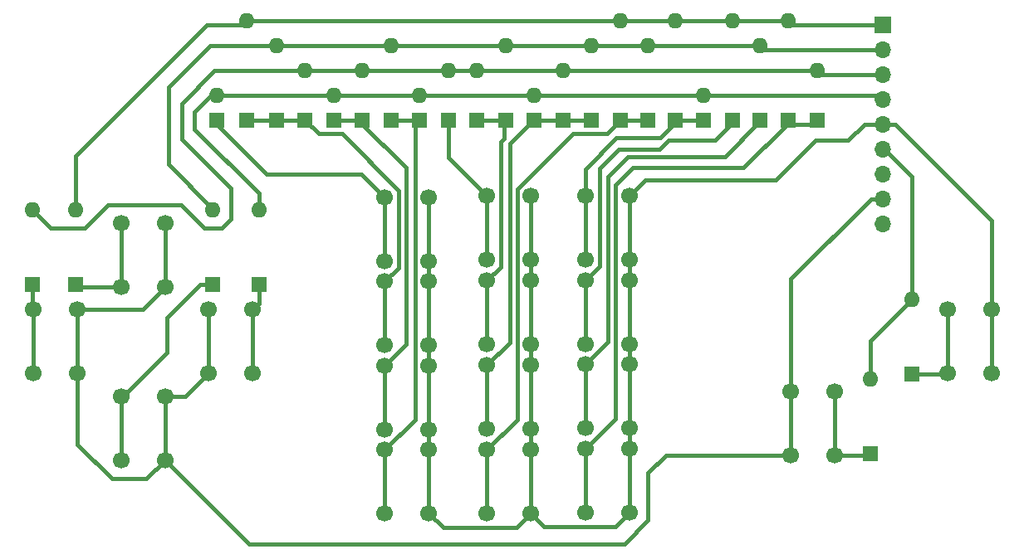
<source format=gbr>
%TF.GenerationSoftware,KiCad,Pcbnew,7.0.11-7.0.11~ubuntu22.04.1*%
%TF.CreationDate,2024-11-24T12:20:37-05:00*%
%TF.ProjectId,colecovision_controller,636f6c65-636f-4766-9973-696f6e5f636f,rev?*%
%TF.SameCoordinates,Original*%
%TF.FileFunction,Copper,L2,Bot*%
%TF.FilePolarity,Positive*%
%FSLAX46Y46*%
G04 Gerber Fmt 4.6, Leading zero omitted, Abs format (unit mm)*
G04 Created by KiCad (PCBNEW 7.0.11-7.0.11~ubuntu22.04.1) date 2024-11-24 12:20:37*
%MOMM*%
%LPD*%
G01*
G04 APERTURE LIST*
%TA.AperFunction,ComponentPad*%
%ADD10R,1.600000X1.600000*%
%TD*%
%TA.AperFunction,ComponentPad*%
%ADD11O,1.600000X1.600000*%
%TD*%
%TA.AperFunction,ComponentPad*%
%ADD12R,1.700000X1.700000*%
%TD*%
%TA.AperFunction,ComponentPad*%
%ADD13O,1.700000X1.700000*%
%TD*%
%TA.AperFunction,ComponentPad*%
%ADD14C,1.700000*%
%TD*%
%TA.AperFunction,Conductor*%
%ADD15C,0.381000*%
%TD*%
G04 APERTURE END LIST*
D10*
%TO.P,D1,1,K*%
%TO.N,Net-(D1-K)*%
X128651000Y-85852000D03*
D11*
%TO.P,D1,2,A*%
%TO.N,/DIN_2*%
X128651000Y-78232000D03*
%TD*%
D10*
%TO.P,D2,1,K*%
%TO.N,Net-(D1-K)*%
X131572000Y-85852000D03*
D11*
%TO.P,D2,2,A*%
%TO.N,/DIN_4*%
X131572000Y-83312000D03*
%TD*%
D10*
%TO.P,D4,1,K*%
%TO.N,Net-(D3-K)*%
X122809000Y-85852000D03*
D11*
%TO.P,D4,2,A*%
%TO.N,/DIN_4*%
X122809000Y-83312000D03*
%TD*%
D10*
%TO.P,D5,1,K*%
%TO.N,Net-(D5-K)*%
X110871000Y-85852000D03*
D11*
%TO.P,D5,2,A*%
%TO.N,/DIN_4*%
X110871000Y-83312000D03*
%TD*%
D10*
%TO.P,D6,1,K*%
%TO.N,Net-(D6-K)*%
X113919000Y-85852000D03*
D11*
%TO.P,D6,2,A*%
%TO.N,/DIN_1*%
X113919000Y-75692000D03*
%TD*%
D10*
%TO.P,D7,1,K*%
%TO.N,Net-(D6-K)*%
X116967000Y-85852000D03*
D11*
%TO.P,D7,2,A*%
%TO.N,/DIN_2*%
X116967000Y-78232000D03*
%TD*%
D10*
%TO.P,D8,1,K*%
%TO.N,Net-(D6-K)*%
X119888000Y-85852000D03*
D11*
%TO.P,D8,2,A*%
%TO.N,/DIN_3*%
X119888000Y-80772000D03*
%TD*%
D10*
%TO.P,D9,1,K*%
%TO.N,Net-(D10-K)*%
X152019000Y-85852000D03*
D11*
%TO.P,D9,2,A*%
%TO.N,/DIN_1*%
X152019000Y-75692000D03*
%TD*%
D10*
%TO.P,D10,1,K*%
%TO.N,Net-(D10-K)*%
X154813000Y-85852000D03*
D11*
%TO.P,D10,2,A*%
%TO.N,/DIN_2*%
X154813000Y-78232000D03*
%TD*%
D10*
%TO.P,D11,1,K*%
%TO.N,Net-(D11-K)*%
X149098000Y-85852000D03*
D11*
%TO.P,D11,2,A*%
%TO.N,/DIN_2*%
X149098000Y-78232000D03*
%TD*%
D10*
%TO.P,D12,1,K*%
%TO.N,Net-(D11-K)*%
X146177000Y-85852000D03*
D11*
%TO.P,D12,2,A*%
%TO.N,/DIN_3*%
X146177000Y-80772000D03*
%TD*%
D10*
%TO.P,D13,1,K*%
%TO.N,Net-(D11-K)*%
X143256000Y-85852000D03*
D11*
%TO.P,D13,2,A*%
%TO.N,/DIN_4*%
X143256000Y-83312000D03*
%TD*%
D10*
%TO.P,D14,1,K*%
%TO.N,Net-(D14-K)*%
X140335000Y-85852000D03*
D11*
%TO.P,D14,2,A*%
%TO.N,/DIN_2*%
X140335000Y-78232000D03*
%TD*%
D10*
%TO.P,D15,1,K*%
%TO.N,Net-(D14-K)*%
X137414000Y-85852000D03*
D11*
%TO.P,D15,2,A*%
%TO.N,/DIN_3*%
X137414000Y-80772000D03*
%TD*%
D10*
%TO.P,D16,1,K*%
%TO.N,Net-(D16-K)*%
X134493000Y-85852000D03*
D11*
%TO.P,D16,2,A*%
%TO.N,/DIN_3*%
X134493000Y-80772000D03*
%TD*%
D10*
%TO.P,D17,1,K*%
%TO.N,Net-(D17-K)*%
X169164000Y-85852000D03*
D11*
%TO.P,D17,2,A*%
%TO.N,/DIN_1*%
X169164000Y-75692000D03*
%TD*%
D10*
%TO.P,D18,1,K*%
%TO.N,Net-(D17-K)*%
X172085000Y-85852000D03*
D11*
%TO.P,D18,2,A*%
%TO.N,/DIN_3*%
X172085000Y-80772000D03*
%TD*%
D10*
%TO.P,D19,1,K*%
%TO.N,Net-(D19-K)*%
X166243000Y-85852000D03*
D11*
%TO.P,D19,2,A*%
%TO.N,/DIN_2*%
X166243000Y-78232000D03*
%TD*%
D10*
%TO.P,D20,1,K*%
%TO.N,Net-(D20-K)*%
X163449000Y-85852000D03*
D11*
%TO.P,D20,2,A*%
%TO.N,/DIN_1*%
X163449000Y-75692000D03*
%TD*%
D10*
%TO.P,D21,1,K*%
%TO.N,Net-(D21-K)*%
X157607000Y-85852000D03*
D11*
%TO.P,D21,2,A*%
%TO.N,/DIN_1*%
X157607000Y-75692000D03*
%TD*%
D10*
%TO.P,D22,1,K*%
%TO.N,Net-(D21-K)*%
X160528000Y-85852000D03*
D11*
%TO.P,D22,2,A*%
%TO.N,/DIN_4*%
X160528000Y-83312000D03*
%TD*%
D12*
%TO.P,J1,1,Pin_1*%
%TO.N,/DIN_1*%
X178816000Y-76073000D03*
D13*
%TO.P,J1,2,Pin_2*%
%TO.N,/DIN_2*%
X178816000Y-78613000D03*
%TO.P,J1,3,Pin_3*%
%TO.N,/DIN_3*%
X178816000Y-81153000D03*
%TO.P,J1,4,Pin_4*%
%TO.N,/DIN_4*%
X178816000Y-83693000D03*
%TO.P,J1,5,Pin_5*%
%TO.N,/DIN_5*%
X178816000Y-86233000D03*
%TO.P,J1,6,Pin_6*%
%TO.N,/DIN_6*%
X178816000Y-88773000D03*
%TO.P,J1,7,Pin_7*%
%TO.N,unconnected-(J1-Pin_7-Pad7)*%
X178816000Y-91313000D03*
%TO.P,J1,8,Pin_8*%
%TO.N,/DIN_8*%
X178816000Y-93853000D03*
%TO.P,J1,9,Pin_9*%
%TO.N,unconnected-(J1-Pin_9-Pad9)*%
X178816000Y-96393000D03*
%TD*%
D14*
%TO.P,SW1,1,1*%
%TO.N,Net-(D1-K)*%
X128016000Y-125984000D03*
%TO.P,SW1,2,2*%
X128016000Y-119484000D03*
%TO.P,SW1,3,K*%
%TO.N,/DIN_5*%
X132516000Y-125984000D03*
%TO.P,SW1,4,A*%
X132516000Y-119484000D03*
%TD*%
%TO.P,SW2,1,1*%
%TO.N,Net-(D3-K)*%
X128016000Y-117390332D03*
%TO.P,SW2,2,2*%
X128016000Y-110890332D03*
%TO.P,SW2,3,K*%
%TO.N,/DIN_5*%
X132516000Y-117390332D03*
%TO.P,SW2,4,A*%
X132516000Y-110890332D03*
%TD*%
%TO.P,SW3,1,1*%
%TO.N,Net-(D5-K)*%
X128016000Y-100203000D03*
%TO.P,SW3,2,2*%
X128016000Y-93703000D03*
%TO.P,SW3,3,K*%
%TO.N,/DIN_5*%
X132516000Y-100203000D03*
%TO.P,SW3,4,A*%
X132516000Y-93703000D03*
%TD*%
%TO.P,SW4,1,1*%
%TO.N,Net-(D6-K)*%
X128016000Y-108796666D03*
%TO.P,SW4,2,2*%
X128016000Y-102296666D03*
%TO.P,SW4,3,K*%
%TO.N,/DIN_5*%
X132516000Y-108796666D03*
%TO.P,SW4,4,A*%
X132516000Y-102296666D03*
%TD*%
%TO.P,SW5,1,1*%
%TO.N,Net-(D10-K)*%
X138430000Y-125984000D03*
%TO.P,SW5,2,2*%
X138430000Y-119484000D03*
%TO.P,SW5,3,K*%
%TO.N,/DIN_5*%
X142930000Y-125984000D03*
%TO.P,SW5,4,A*%
X142930000Y-119484000D03*
%TD*%
%TO.P,SW6,1,1*%
%TO.N,Net-(D11-K)*%
X138430000Y-117348000D03*
%TO.P,SW6,2,2*%
X138430000Y-110848000D03*
%TO.P,SW6,3,K*%
%TO.N,/DIN_5*%
X142930000Y-117348000D03*
%TO.P,SW6,4,A*%
X142930000Y-110848000D03*
%TD*%
%TO.P,SW7,1,1*%
%TO.N,Net-(D14-K)*%
X138430000Y-108712000D03*
%TO.P,SW7,2,2*%
X138430000Y-102212000D03*
%TO.P,SW7,3,K*%
%TO.N,/DIN_5*%
X142930000Y-108712000D03*
%TO.P,SW7,4,A*%
X142930000Y-102212000D03*
%TD*%
%TO.P,SW8,1,1*%
%TO.N,Net-(D16-K)*%
X138430000Y-100076000D03*
%TO.P,SW8,2,2*%
X138430000Y-93576000D03*
%TO.P,SW8,3,K*%
%TO.N,/DIN_5*%
X142930000Y-100076000D03*
%TO.P,SW8,4,A*%
X142930000Y-93576000D03*
%TD*%
%TO.P,SW9,1,1*%
%TO.N,Net-(D17-K)*%
X148463000Y-125857000D03*
%TO.P,SW9,2,2*%
X148463000Y-119357000D03*
%TO.P,SW9,3,K*%
%TO.N,/DIN_5*%
X152963000Y-125857000D03*
%TO.P,SW9,4,A*%
X152963000Y-119357000D03*
%TD*%
%TO.P,SW10,1,1*%
%TO.N,Net-(D19-K)*%
X148463000Y-117263332D03*
%TO.P,SW10,2,2*%
X148463000Y-110763332D03*
%TO.P,SW10,3,K*%
%TO.N,/DIN_5*%
X152963000Y-117263332D03*
%TO.P,SW10,4,A*%
X152963000Y-110763332D03*
%TD*%
%TO.P,SW11,1,1*%
%TO.N,Net-(D20-K)*%
X148463000Y-108669666D03*
%TO.P,SW11,2,2*%
X148463000Y-102169666D03*
%TO.P,SW11,3,K*%
%TO.N,/DIN_5*%
X152963000Y-108669666D03*
%TO.P,SW11,4,A*%
X152963000Y-102169666D03*
%TD*%
%TO.P,SW12,1,1*%
%TO.N,Net-(D21-K)*%
X148463000Y-100076000D03*
%TO.P,SW12,2,2*%
X148463000Y-93576000D03*
%TO.P,SW12,3,K*%
%TO.N,/DIN_5*%
X152963000Y-100076000D03*
%TO.P,SW12,4,A*%
X152963000Y-93576000D03*
%TD*%
%TO.P,SW13,1,1*%
%TO.N,Net-(D23-K)*%
X92202000Y-111672000D03*
%TO.P,SW13,2,2*%
X92202000Y-105172000D03*
%TO.P,SW13,3,K*%
%TO.N,/DIN_8*%
X96702000Y-111672000D03*
%TO.P,SW13,4,A*%
X96702000Y-105172000D03*
%TD*%
%TO.P,SW14,1,1*%
%TO.N,Net-(D24-K)*%
X101128000Y-102870000D03*
%TO.P,SW14,2,2*%
X101128000Y-96370000D03*
%TO.P,SW14,3,K*%
%TO.N,/DIN_8*%
X105628000Y-102870000D03*
%TO.P,SW14,4,A*%
X105628000Y-96370000D03*
%TD*%
%TO.P,SW15,1,1*%
%TO.N,Net-(D25-K)*%
X101128000Y-120523000D03*
%TO.P,SW15,2,2*%
X101128000Y-114023000D03*
%TO.P,SW15,3,K*%
%TO.N,/DIN_8*%
X105628000Y-120523000D03*
%TO.P,SW15,4,A*%
X105628000Y-114023000D03*
%TD*%
%TO.P,SW16,1,1*%
%TO.N,Net-(D26-K)*%
X114554000Y-105172000D03*
%TO.P,SW16,2,2*%
X114554000Y-111672000D03*
%TO.P,SW16,3,K*%
%TO.N,/DIN_8*%
X110054000Y-105172000D03*
%TO.P,SW16,4,A*%
X110054000Y-111672000D03*
%TD*%
%TO.P,SW17,1,1*%
%TO.N,/DIN_8*%
X169418000Y-120015000D03*
%TO.P,SW17,2,2*%
X169418000Y-113515000D03*
%TO.P,SW17,3,K*%
%TO.N,Net-(D27-K)*%
X173918000Y-120015000D03*
%TO.P,SW17,4,A*%
X173918000Y-113515000D03*
%TD*%
%TO.P,SW18,1,1*%
%TO.N,/DIN_5*%
X189865000Y-105172000D03*
%TO.P,SW18,2,2*%
X189865000Y-111672000D03*
%TO.P,SW18,3,K*%
%TO.N,Net-(D28-K)*%
X185365000Y-105172000D03*
%TO.P,SW18,4,A*%
X185365000Y-111672000D03*
%TD*%
D10*
%TO.P,D23,1,K*%
%TO.N,Net-(D23-K)*%
X92075000Y-102616000D03*
D11*
%TO.P,D23,2,A*%
%TO.N,/DIN_3*%
X92075000Y-94996000D03*
%TD*%
D10*
%TO.P,D24,1,K*%
%TO.N,Net-(D24-K)*%
X96520000Y-102616000D03*
D11*
%TO.P,D24,2,A*%
%TO.N,/DIN_1*%
X96520000Y-94996000D03*
%TD*%
D10*
%TO.P,D25,1,K*%
%TO.N,Net-(D25-K)*%
X110490000Y-102616000D03*
D11*
%TO.P,D25,2,A*%
%TO.N,/DIN_2*%
X110490000Y-94996000D03*
%TD*%
D10*
%TO.P,D26,1,K*%
%TO.N,Net-(D26-K)*%
X115189000Y-102616000D03*
D11*
%TO.P,D26,2,A*%
%TO.N,/DIN_4*%
X115189000Y-94996000D03*
%TD*%
D10*
%TO.P,D27,1,K*%
%TO.N,Net-(D27-K)*%
X177546000Y-119888000D03*
D11*
%TO.P,D27,2,A*%
%TO.N,/DIN_6*%
X177546000Y-112268000D03*
%TD*%
D10*
%TO.P,D28,1,K*%
%TO.N,Net-(D28-K)*%
X181737000Y-111760000D03*
D11*
%TO.P,D28,2,A*%
%TO.N,/DIN_6*%
X181737000Y-104140000D03*
%TD*%
D10*
%TO.P,D3,1,K*%
%TO.N,Net-(D3-K)*%
X125730000Y-85852000D03*
D11*
%TO.P,D3,2,A*%
%TO.N,/DIN_3*%
X125730000Y-80772000D03*
%TD*%
D15*
%TO.N,/DIN_2*%
X116967000Y-78232000D02*
X110204710Y-78232000D01*
X166624000Y-78613000D02*
X166243000Y-78232000D01*
X116967000Y-78232000D02*
X166243000Y-78232000D01*
X105994278Y-82442433D02*
X105994278Y-90373278D01*
X110204710Y-78232000D02*
X105994278Y-82442433D01*
X110490000Y-94869000D02*
X110490000Y-94996000D01*
X178816000Y-78613000D02*
X166624000Y-78613000D01*
X105994278Y-90373278D02*
X110490000Y-94869000D01*
X178689000Y-78486000D02*
X178816000Y-78613000D01*
%TO.N,/DIN_4*%
X110285930Y-83312000D02*
X108635899Y-84962031D01*
X110871000Y-83312000D02*
X178435000Y-83312000D01*
X115189000Y-93295070D02*
X115189000Y-94996000D01*
X160782000Y-83693000D02*
X160401000Y-83312000D01*
X178435000Y-83312000D02*
X178816000Y-83693000D01*
X108635899Y-86741969D02*
X115189000Y-93295070D01*
X122555000Y-83312000D02*
X122682000Y-83185000D01*
X108635899Y-84962031D02*
X108635899Y-86741969D01*
X110490000Y-83312000D02*
X110285930Y-83312000D01*
%TO.N,/DIN_3*%
X112344101Y-95885969D02*
X112344101Y-92786101D01*
X107315089Y-87757089D02*
X107315089Y-84123841D01*
X111379969Y-96850101D02*
X112344101Y-95885969D01*
X107315089Y-84123841D02*
X110666930Y-80772000D01*
X110666930Y-80772000D02*
X119888000Y-80772000D01*
X172466000Y-81153000D02*
X172085000Y-80772000D01*
X93929101Y-96850101D02*
X97409969Y-96850101D01*
X99794171Y-94465899D02*
X107215829Y-94465899D01*
X178816000Y-81153000D02*
X172466000Y-81153000D01*
X97409969Y-96850101D02*
X99794171Y-94465899D01*
X146177000Y-80772000D02*
X119888000Y-80772000D01*
X107215829Y-94465899D02*
X109600031Y-96850101D01*
X172085000Y-80772000D02*
X146177000Y-80772000D01*
X172085000Y-81153000D02*
X171831000Y-80899000D01*
X109600031Y-96850101D02*
X111379969Y-96850101D01*
X112344101Y-92786101D02*
X107315089Y-87757089D01*
X92075000Y-94996000D02*
X93929101Y-96850101D01*
%TO.N,/DIN_1*%
X96520000Y-90344880D02*
X96520000Y-94996000D01*
X113665000Y-76073000D02*
X109892092Y-76073000D01*
X169545000Y-76073000D02*
X169164000Y-75692000D01*
X178816000Y-76073000D02*
X169545000Y-76073000D01*
X96520000Y-89445092D02*
X96520000Y-90344880D01*
X109892092Y-76073000D02*
X96520000Y-89445092D01*
X169164000Y-75692000D02*
X113919000Y-75692000D01*
%TO.N,Net-(D1-K)*%
X131094499Y-116405501D02*
X131094499Y-86329501D01*
X128016000Y-119484000D02*
X128016000Y-125984000D01*
X131445000Y-85979000D02*
X131699000Y-85725000D01*
X128016000Y-119484000D02*
X131094499Y-116405501D01*
X131572000Y-85852000D02*
X128651000Y-85852000D01*
X131094499Y-86329501D02*
X131572000Y-85852000D01*
%TO.N,/DIN_8*%
X114187810Y-129082810D02*
X105628000Y-120523000D01*
X154867100Y-126645705D02*
X152429995Y-129082810D01*
X154867100Y-121855556D02*
X154867100Y-126645705D01*
X107703000Y-114023000D02*
X110054000Y-111672000D01*
X178816000Y-93853000D02*
X177613919Y-93853000D01*
X105628000Y-114023000D02*
X107703000Y-114023000D01*
X179094070Y-93853000D02*
X178816000Y-93853000D01*
X169418000Y-102048919D02*
X169418000Y-113515000D01*
X169418000Y-120015000D02*
X169418000Y-113515000D01*
X178816000Y-93853000D02*
X179197000Y-93853000D01*
X105628000Y-96370000D02*
X105628000Y-102870000D01*
X103326000Y-105172000D02*
X105628000Y-102870000D01*
X105628000Y-120523000D02*
X103723899Y-122427101D01*
X152429995Y-129082810D02*
X152146000Y-129082810D01*
X110054000Y-111672000D02*
X110054000Y-105172000D01*
X156707656Y-120015000D02*
X154867100Y-121855556D01*
X169418000Y-120015000D02*
X156707656Y-120015000D01*
X152146000Y-129082810D02*
X114187810Y-129082810D01*
X105628000Y-114023000D02*
X105628000Y-120523000D01*
X103723899Y-122427101D02*
X100214031Y-122427101D01*
X177613919Y-93853000D02*
X169418000Y-102048919D01*
X96702000Y-105172000D02*
X96702000Y-111672000D01*
X100214031Y-122427101D02*
X96702000Y-118915070D01*
X96702000Y-118915070D02*
X96702000Y-111672000D01*
X96702000Y-105172000D02*
X103326000Y-105172000D01*
%TO.N,Net-(D3-K)*%
X125476000Y-85979000D02*
X130199511Y-90702511D01*
X128016000Y-110890332D02*
X128016000Y-117390332D01*
X130199511Y-90702511D02*
X130199511Y-108706821D01*
X122809000Y-85852000D02*
X125730000Y-85852000D01*
X125349000Y-85852000D02*
X125476000Y-85979000D01*
X130199511Y-108706821D02*
X128016000Y-110890332D01*
%TO.N,/DIN_6*%
X181762400Y-91566595D02*
X178968805Y-88773000D01*
X177546000Y-112268000D02*
X177546000Y-108331000D01*
X181762400Y-94869000D02*
X181762400Y-91566595D01*
X178968805Y-88773000D02*
X178816000Y-88773000D01*
X181737000Y-94894400D02*
X181762400Y-94869000D01*
X177546000Y-108331000D02*
X181737000Y-104140000D01*
X181737000Y-104140000D02*
X181737000Y-94894400D01*
%TO.N,/DIN_5*%
X142930000Y-125984000D02*
X142930000Y-93576000D01*
X175260000Y-87884000D02*
X176911000Y-86233000D01*
X144262601Y-127316601D02*
X151503399Y-127316601D01*
X189865000Y-105172000D02*
X189865000Y-96079919D01*
X176911000Y-86233000D02*
X177613919Y-86233000D01*
X154591000Y-91948000D02*
X167894000Y-91948000D01*
X151503399Y-127316601D02*
X152963000Y-125857000D01*
X142930000Y-125984000D02*
X144262601Y-127316601D01*
X180018081Y-86233000D02*
X178816000Y-86233000D01*
X132516000Y-125984000D02*
X133975601Y-127443601D01*
X152963000Y-93576000D02*
X154591000Y-91948000D01*
X171958000Y-87884000D02*
X175260000Y-87884000D01*
X189865000Y-96079919D02*
X180018081Y-86233000D01*
X133975601Y-127443601D02*
X141470399Y-127443601D01*
X177613919Y-86233000D02*
X178816000Y-86233000D01*
X189865000Y-105172000D02*
X189865000Y-111672000D01*
X152963000Y-93576000D02*
X152963000Y-125857000D01*
X167894000Y-91948000D02*
X171958000Y-87884000D01*
X132516000Y-93703000D02*
X132516000Y-125984000D01*
X141470399Y-127443601D02*
X142930000Y-125984000D01*
%TO.N,Net-(D5-K)*%
X128016000Y-93703000D02*
X128016000Y-100203000D01*
X115951000Y-91313000D02*
X125626000Y-91313000D01*
X125626000Y-91313000D02*
X128016000Y-93703000D01*
X110490000Y-85852000D02*
X115951000Y-91313000D01*
%TO.N,Net-(D6-K)*%
X119888000Y-86106000D02*
X119888000Y-85852000D01*
X129437501Y-100875165D02*
X129437501Y-93020679D01*
X119888000Y-85852000D02*
X121259501Y-87223501D01*
X119888000Y-85852000D02*
X116967000Y-85852000D01*
X123640323Y-87223501D02*
X129437501Y-93020679D01*
X128016000Y-102296666D02*
X129437501Y-100875165D01*
X119507000Y-86233000D02*
X119761000Y-85979000D01*
X121259501Y-87223501D02*
X123640323Y-87223501D01*
X116967000Y-85852000D02*
X113919000Y-85852000D01*
X128016000Y-102296666D02*
X128016000Y-108796666D01*
X117221000Y-85852000D02*
X117094000Y-85979000D01*
%TO.N,Net-(D10-K)*%
X141508499Y-92893679D02*
X141508499Y-116405501D01*
X138430000Y-119484000D02*
X138430000Y-125984000D01*
X152019000Y-85852000D02*
X150647500Y-87223500D01*
X147178678Y-87223500D02*
X141508499Y-92893679D01*
X150647500Y-87223500D02*
X147178678Y-87223500D01*
X151892000Y-86106000D02*
X151765000Y-86233000D01*
X141508499Y-116405501D02*
X138430000Y-119484000D01*
X152019000Y-85852000D02*
X154813000Y-85852000D01*
%TO.N,Net-(D11-K)*%
X138430000Y-110848000D02*
X140746489Y-108531511D01*
X143129000Y-85852000D02*
X143256000Y-85852000D01*
X146177000Y-85852000D02*
X149098000Y-85852000D01*
X148717000Y-85852000D02*
X148971000Y-86106000D01*
X140746489Y-108531511D02*
X140746489Y-88234511D01*
X143256000Y-85852000D02*
X146177000Y-85852000D01*
X138430000Y-117348000D02*
X138430000Y-110848000D01*
X140746489Y-88234511D02*
X143129000Y-85852000D01*
%TO.N,Net-(D14-K)*%
X139851501Y-100790499D02*
X138430000Y-102212000D01*
X139851501Y-88051855D02*
X139851501Y-100790499D01*
X137541000Y-85979000D02*
X137414000Y-85852000D01*
X138430000Y-108712000D02*
X138430000Y-102212000D01*
X140208000Y-87695356D02*
X139851501Y-88051855D01*
X140208000Y-86106000D02*
X140208000Y-87695356D01*
X140335000Y-85852000D02*
X137414000Y-85852000D01*
X140081000Y-85979000D02*
X140208000Y-86106000D01*
%TO.N,Net-(D16-K)*%
X134493000Y-89639000D02*
X134822000Y-89968000D01*
X134493000Y-85852000D02*
X134493000Y-89639000D01*
X134620000Y-89766000D02*
X134822000Y-89968000D01*
X134822000Y-89968000D02*
X138430000Y-93576000D01*
X138430000Y-93576000D02*
X138430000Y-100076000D01*
%TO.N,Net-(D17-K)*%
X171577000Y-86233000D02*
X171831000Y-85979000D01*
X169037000Y-86233000D02*
X164592000Y-90678000D01*
X153289000Y-90678000D02*
X151511010Y-92455990D01*
X164592000Y-90678000D02*
X153289000Y-90678000D01*
X151511010Y-92455990D02*
X151511010Y-116308990D01*
X148463000Y-119357000D02*
X148463000Y-125857000D01*
X151511010Y-116308990D02*
X148463000Y-119357000D01*
X169037000Y-86233000D02*
X171577000Y-86233000D01*
%TO.N,Net-(D19-K)*%
X148463000Y-110763332D02*
X148463000Y-117263332D01*
X150749000Y-91567000D02*
X150749000Y-108477332D01*
X162686990Y-89535010D02*
X152780990Y-89535010D01*
X166116000Y-86106000D02*
X162686990Y-89535010D01*
X150749000Y-108477332D02*
X148463000Y-110763332D01*
X152780990Y-89535010D02*
X150749000Y-91567000D01*
%TO.N,Net-(D20-K)*%
X161671000Y-87884000D02*
X163322000Y-86233000D01*
X156906644Y-87884000D02*
X161671000Y-87884000D01*
X148463000Y-102169666D02*
X149884501Y-100748165D01*
X148463000Y-102169666D02*
X148463000Y-108669666D01*
X149884501Y-90780499D02*
X151892000Y-88773000D01*
X149884501Y-100748165D02*
X149884501Y-90780499D01*
X156017644Y-88773000D02*
X156906644Y-87884000D01*
X151892000Y-88773000D02*
X156017644Y-88773000D01*
%TO.N,Net-(D21-K)*%
X148463000Y-93576000D02*
X148463000Y-100076000D01*
X151638000Y-87630000D02*
X148463000Y-90805000D01*
X148463000Y-90805000D02*
X148463000Y-93576000D01*
X157480000Y-86233000D02*
X156083000Y-87630000D01*
X156083000Y-87630000D02*
X151638000Y-87630000D01*
X157607000Y-85852000D02*
X160528000Y-85852000D01*
%TO.N,Net-(D23-K)*%
X92202000Y-105172000D02*
X92202000Y-111672000D01*
X92075000Y-105045000D02*
X92202000Y-105172000D01*
X92075000Y-102616000D02*
X92075000Y-105045000D01*
%TO.N,Net-(D24-K)*%
X96774000Y-102362000D02*
X96520000Y-102616000D01*
X101128000Y-102870000D02*
X96774000Y-102870000D01*
X96774000Y-102870000D02*
X96520000Y-102616000D01*
X101128000Y-102870000D02*
X101128000Y-96370000D01*
%TO.N,Net-(D25-K)*%
X101128000Y-114023000D02*
X101128000Y-120523000D01*
X105782101Y-105990499D02*
X105782101Y-109575969D01*
X110490000Y-102616000D02*
X109156600Y-102616000D01*
X101335070Y-114023000D02*
X101128000Y-114023000D01*
X105782101Y-109575969D02*
X101335070Y-114023000D01*
X109156600Y-102616000D02*
X105782101Y-105990499D01*
X110490000Y-102386930D02*
X110490000Y-101981000D01*
%TO.N,Net-(D26-K)*%
X114681000Y-103124000D02*
X115189000Y-102616000D01*
X115189000Y-104537000D02*
X114554000Y-105172000D01*
X115189000Y-102616000D02*
X115189000Y-104537000D01*
X114554000Y-105172000D02*
X114554000Y-111672000D01*
%TO.N,Net-(D27-K)*%
X173918000Y-113515000D02*
X173918000Y-120015000D01*
X177419000Y-120015000D02*
X177546000Y-119888000D01*
X173918000Y-120015000D02*
X177419000Y-120015000D01*
%TO.N,Net-(D28-K)*%
X185277000Y-111760000D02*
X185365000Y-111672000D01*
X185365000Y-111672000D02*
X185365000Y-105172000D01*
X181737000Y-111760000D02*
X185277000Y-111760000D01*
%TD*%
M02*

</source>
